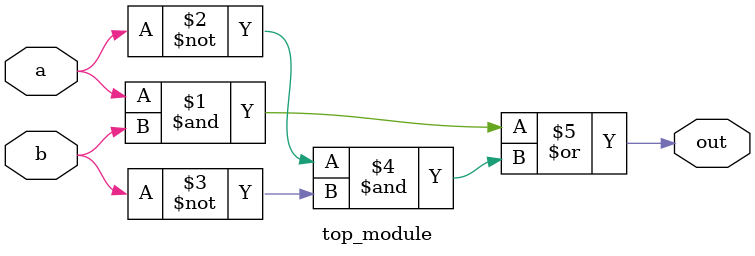
<source format=v>
module top_module( 
    input a, 
    input b, 
    output out );
    assign out = (a&b)|(~a&~b);
    // or assign out = ~(a^b);
    // The bitwise-XOR operator is ^. There is no logical-XOR operator. 
endmodule

</source>
